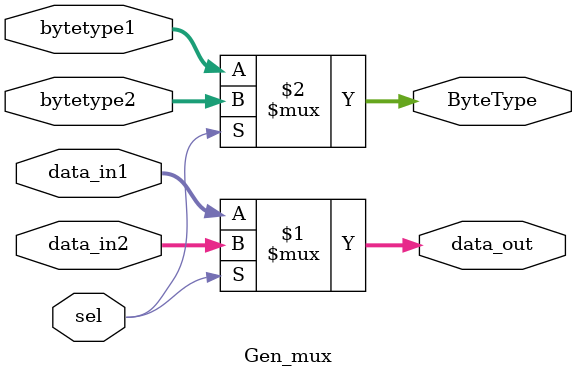
<source format=v>
module Gen_mux(
    input [511:0]data_in1,
    input [511:0]data_in2,
    input [191:0]bytetype1,
    input [191:0]bytetype2,
    input sel,
    output [511:0]data_out,
    output [191:0] ByteType
);
   assign data_out = sel? data_in2:data_in1;
   assign ByteType = sel? bytetype2:bytetype1;
endmodule
</source>
